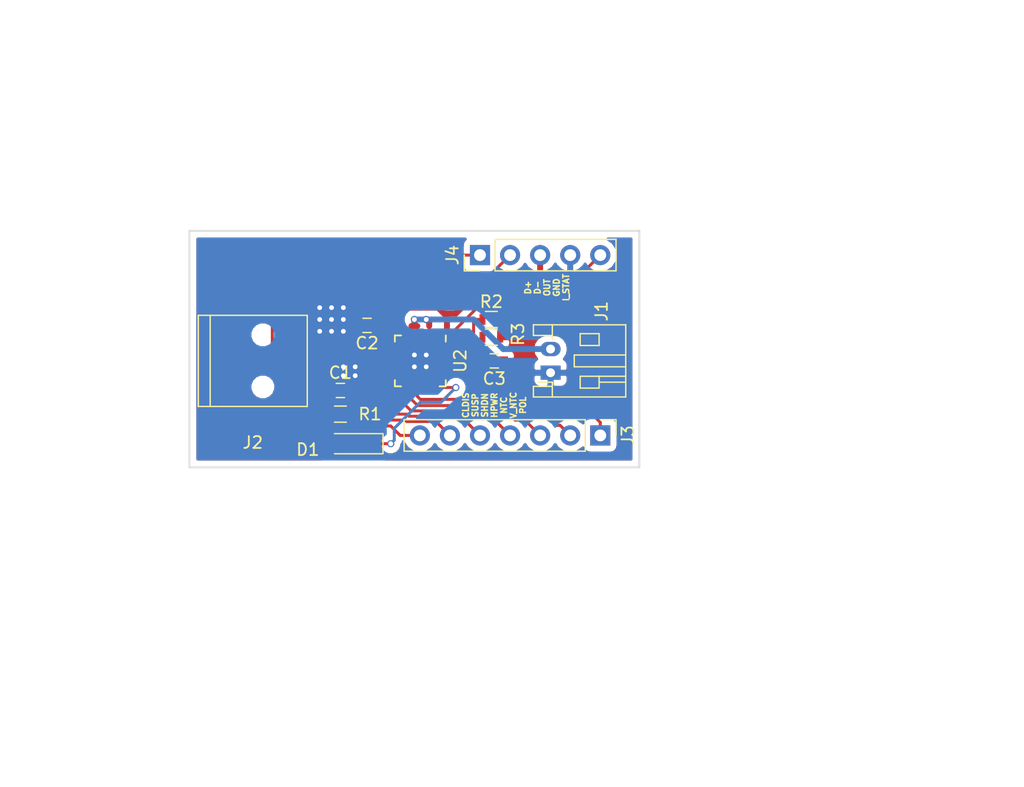
<source format=kicad_pcb>
(kicad_pcb (version 20171130) (host pcbnew 5.0.2-bee76a0~70~ubuntu18.04.1)

  (general
    (thickness 1.6)
    (drawings 6)
    (tracks 163)
    (zones 0)
    (modules 12)
    (nets 20)
  )

  (page A4)
  (layers
    (0 F.Cu signal)
    (31 B.Cu signal)
    (32 B.Adhes user)
    (33 F.Adhes user)
    (34 B.Paste user)
    (35 F.Paste user)
    (36 B.SilkS user)
    (37 F.SilkS user)
    (38 B.Mask user)
    (39 F.Mask user)
    (40 Dwgs.User user)
    (41 Cmts.User user)
    (42 Eco1.User user)
    (43 Eco2.User user)
    (44 Edge.Cuts user)
    (45 Margin user)
    (46 B.CrtYd user)
    (47 F.CrtYd user)
    (48 B.Fab user hide)
    (49 F.Fab user hide)
  )

  (setup
    (last_trace_width 0.25)
    (trace_clearance 0.2)
    (zone_clearance 0.508)
    (zone_45_only no)
    (trace_min 0.2)
    (segment_width 0.2)
    (edge_width 0.15)
    (via_size 0.6)
    (via_drill 0.4)
    (via_min_size 0.4)
    (via_min_drill 0.3)
    (uvia_size 0.3)
    (uvia_drill 0.1)
    (uvias_allowed no)
    (uvia_min_size 0.2)
    (uvia_min_drill 0.1)
    (pcb_text_width 0.3)
    (pcb_text_size 1.5 1.5)
    (mod_edge_width 0.15)
    (mod_text_size 1 1)
    (mod_text_width 0.15)
    (pad_size 1.7 1.7)
    (pad_drill 1)
    (pad_to_mask_clearance 0.2)
    (solder_mask_min_width 0.25)
    (aux_axis_origin 0 0)
    (visible_elements FFFFFF7F)
    (pcbplotparams
      (layerselection 0x00030_80000001)
      (usegerberextensions false)
      (usegerberattributes false)
      (usegerberadvancedattributes false)
      (creategerberjobfile false)
      (excludeedgelayer true)
      (linewidth 0.100000)
      (plotframeref false)
      (viasonmask false)
      (mode 1)
      (useauxorigin false)
      (hpglpennumber 1)
      (hpglpenspeed 20)
      (hpglpendiameter 15.000000)
      (psnegative false)
      (psa4output false)
      (plotreference true)
      (plotvalue true)
      (plotinvisibletext false)
      (padsonsilk false)
      (subtractmaskfromsilk false)
      (outputformat 1)
      (mirror false)
      (drillshape 1)
      (scaleselection 1)
      (outputdirectory ""))
  )

  (net 0 "")
  (net 1 GND)
  (net 2 LTC_CLDIS)
  (net 3 LTC_SUSP)
  (net 4 LTC_SHDN)
  (net 5 LTC_NTC)
  (net 6 LTC_V_NTC)
  (net 7 LTC_POL)
  (net 8 LTC_TIMER)
  (net 9 LTC_CLPROG)
  (net 10 LTC_PROG)
  (net 11 "Net-(J2-Pad2)")
  (net 12 "Net-(J2-Pad3)")
  (net 13 LTC_HPWR)
  (net 14 "Net-(D1-Pad2)")
  (net 15 /LTC_IN)
  (net 16 /LTC_OUT)
  (net 17 "Net-(D1-Pad1)")
  (net 18 /LTC_BAT)
  (net 19 "Net-(J4-Pad5)")

  (net_class Default "This is the default net class."
    (clearance 0.2)
    (trace_width 0.25)
    (via_dia 0.6)
    (via_drill 0.4)
    (uvia_dia 0.3)
    (uvia_drill 0.1)
    (add_net GND)
    (add_net LTC_CLDIS)
    (add_net LTC_CLPROG)
    (add_net LTC_HPWR)
    (add_net LTC_NTC)
    (add_net LTC_POL)
    (add_net LTC_PROG)
    (add_net LTC_SHDN)
    (add_net LTC_SUSP)
    (add_net LTC_TIMER)
    (add_net LTC_V_NTC)
    (add_net "Net-(D1-Pad1)")
    (add_net "Net-(D1-Pad2)")
    (add_net "Net-(J2-Pad2)")
    (add_net "Net-(J2-Pad3)")
    (add_net "Net-(J4-Pad5)")
  )

  (net_class Power ""
    (clearance 0.2)
    (trace_width 0.5)
    (via_dia 0.6)
    (via_drill 0.4)
    (uvia_dia 0.3)
    (uvia_drill 0.1)
    (add_net /LTC_BAT)
    (add_net /LTC_IN)
    (add_net /LTC_OUT)
  )

  (module Housings_DFN_QFN:QFN-24-1EP_4x4mm_Pitch0.5mm locked (layer F.Cu) (tedit 54130A77) (tstamp 5AF4E59F)
    (at 128.5 108 270)
    (descr "24-Lead Plastic Quad Flat, No Lead Package (MJ) - 4x4x0.9 mm Body [QFN]; (see Microchip Packaging Specification 00000049BS.pdf)")
    (tags "QFN 0.5")
    (path /5AC2C8EA)
    (attr smd)
    (fp_text reference U2 (at 0 -3.375 270) (layer F.SilkS)
      (effects (font (size 1 1) (thickness 0.15)))
    )
    (fp_text value LTC4066 (at 0 3.375 270) (layer F.Fab)
      (effects (font (size 1 1) (thickness 0.15)))
    )
    (fp_line (start -1 -2) (end 2 -2) (layer F.Fab) (width 0.15))
    (fp_line (start 2 -2) (end 2 2) (layer F.Fab) (width 0.15))
    (fp_line (start 2 2) (end -2 2) (layer F.Fab) (width 0.15))
    (fp_line (start -2 2) (end -2 -1) (layer F.Fab) (width 0.15))
    (fp_line (start -2 -1) (end -1 -2) (layer F.Fab) (width 0.15))
    (fp_line (start -2.65 -2.65) (end -2.65 2.65) (layer F.CrtYd) (width 0.05))
    (fp_line (start 2.65 -2.65) (end 2.65 2.65) (layer F.CrtYd) (width 0.05))
    (fp_line (start -2.65 -2.65) (end 2.65 -2.65) (layer F.CrtYd) (width 0.05))
    (fp_line (start -2.65 2.65) (end 2.65 2.65) (layer F.CrtYd) (width 0.05))
    (fp_line (start 2.15 -2.15) (end 2.15 -1.625) (layer F.SilkS) (width 0.15))
    (fp_line (start -2.15 2.15) (end -2.15 1.625) (layer F.SilkS) (width 0.15))
    (fp_line (start 2.15 2.15) (end 2.15 1.625) (layer F.SilkS) (width 0.15))
    (fp_line (start -2.15 -2.15) (end -1.625 -2.15) (layer F.SilkS) (width 0.15))
    (fp_line (start -2.15 2.15) (end -1.625 2.15) (layer F.SilkS) (width 0.15))
    (fp_line (start 2.15 2.15) (end 1.625 2.15) (layer F.SilkS) (width 0.15))
    (fp_line (start 2.15 -2.15) (end 1.625 -2.15) (layer F.SilkS) (width 0.15))
    (pad 1 smd rect (at -1.95 -1.25 270) (size 0.85 0.3) (layers F.Cu F.Paste F.Mask)
      (net 16 /LTC_OUT))
    (pad 2 smd rect (at -1.95 -0.75 270) (size 0.85 0.3) (layers F.Cu F.Paste F.Mask)
      (net 18 /LTC_BAT))
    (pad 3 smd rect (at -1.95 -0.25 270) (size 0.85 0.3) (layers F.Cu F.Paste F.Mask)
      (net 16 /LTC_OUT))
    (pad 4 smd rect (at -1.95 0.25 270) (size 0.85 0.3) (layers F.Cu F.Paste F.Mask)
      (net 18 /LTC_BAT))
    (pad 5 smd rect (at -1.95 0.75 270) (size 0.85 0.3) (layers F.Cu F.Paste F.Mask)
      (net 18 /LTC_BAT))
    (pad 6 smd rect (at -1.95 1.25 270) (size 0.85 0.3) (layers F.Cu F.Paste F.Mask))
    (pad 7 smd rect (at -1.25 1.95) (size 0.85 0.3) (layers F.Cu F.Paste F.Mask))
    (pad 8 smd rect (at -0.75 1.95) (size 0.85 0.3) (layers F.Cu F.Paste F.Mask)
      (net 16 /LTC_OUT))
    (pad 9 smd rect (at -0.25 1.95) (size 0.85 0.3) (layers F.Cu F.Paste F.Mask)
      (net 15 /LTC_IN))
    (pad 10 smd rect (at 0.25 1.95) (size 0.85 0.3) (layers F.Cu F.Paste F.Mask)
      (net 2 LTC_CLDIS))
    (pad 11 smd rect (at 0.75 1.95) (size 0.85 0.3) (layers F.Cu F.Paste F.Mask)
      (net 3 LTC_SUSP))
    (pad 12 smd rect (at 1.25 1.95) (size 0.85 0.3) (layers F.Cu F.Paste F.Mask)
      (net 4 LTC_SHDN))
    (pad 13 smd rect (at 1.95 1.25 270) (size 0.85 0.3) (layers F.Cu F.Paste F.Mask)
      (net 13 LTC_HPWR))
    (pad 14 smd rect (at 1.95 0.75 270) (size 0.85 0.3) (layers F.Cu F.Paste F.Mask)
      (net 5 LTC_NTC))
    (pad 15 smd rect (at 1.95 0.25 270) (size 0.85 0.3) (layers F.Cu F.Paste F.Mask)
      (net 6 LTC_V_NTC))
    (pad 16 smd rect (at 1.95 -0.25 270) (size 0.85 0.3) (layers F.Cu F.Paste F.Mask)
      (net 1 GND))
    (pad 17 smd rect (at 1.95 -0.75 270) (size 0.85 0.3) (layers F.Cu F.Paste F.Mask))
    (pad 18 smd rect (at 1.95 -1.25 270) (size 0.85 0.3) (layers F.Cu F.Paste F.Mask)
      (net 17 "Net-(D1-Pad1)"))
    (pad 19 smd rect (at 1.25 -1.95) (size 0.85 0.3) (layers F.Cu F.Paste F.Mask)
      (net 7 LTC_POL))
    (pad 20 smd rect (at 0.75 -1.95) (size 0.85 0.3) (layers F.Cu F.Paste F.Mask)
      (net 1 GND))
    (pad 21 smd rect (at 0.25 -1.95) (size 0.85 0.3) (layers F.Cu F.Paste F.Mask)
      (net 8 LTC_TIMER))
    (pad 22 smd rect (at -0.25 -1.95) (size 0.85 0.3) (layers F.Cu F.Paste F.Mask)
      (net 9 LTC_CLPROG))
    (pad 23 smd rect (at -0.75 -1.95) (size 0.85 0.3) (layers F.Cu F.Paste F.Mask)
      (net 10 LTC_PROG))
    (pad 24 smd rect (at -1.25 -1.95) (size 0.85 0.3) (layers F.Cu F.Paste F.Mask)
      (net 19 "Net-(J4-Pad5)"))
    (pad 25 smd rect (at 0.65 0.65 270) (size 1.3 1.3) (layers F.Cu F.Paste F.Mask)
      (net 1 GND) (solder_paste_margin_ratio -0.2))
    (pad 25 smd rect (at 0.65 -0.65 270) (size 1.3 1.3) (layers F.Cu F.Paste F.Mask)
      (net 1 GND) (solder_paste_margin_ratio -0.2))
    (pad 25 smd rect (at -0.65 0.65 270) (size 1.3 1.3) (layers F.Cu F.Paste F.Mask)
      (net 1 GND) (solder_paste_margin_ratio -0.2))
    (pad 25 smd rect (at -0.65 -0.65 270) (size 1.3 1.3) (layers F.Cu F.Paste F.Mask)
      (net 1 GND) (solder_paste_margin_ratio -0.2))
    (model ${KISYS3DMOD}/Housings_DFN_QFN.3dshapes/QFN-24-1EP_4x4mm_Pitch0.5mm.wrl
      (at (xyz 0 0 0))
      (scale (xyz 1 1 1))
      (rotate (xyz 0 0 0))
    )
  )

  (module Connectors:USB_Mini-B (layer F.Cu) (tedit 5543E571) (tstamp 5AF25887)
    (at 115 108)
    (descr "USB Mini-B 5-pin SMD connector")
    (tags "USB USB_B USB_Mini connector")
    (path /5AC2C6C0)
    (attr smd)
    (fp_text reference J2 (at -0.65 6.9) (layer F.SilkS)
      (effects (font (size 1 1) (thickness 0.15)))
    )
    (fp_text value USB_B (at -0.65 -7.1) (layer F.Fab)
      (effects (font (size 1 1) (thickness 0.15)))
    )
    (fp_line (start -5.5 -5.7) (end 4.2 -5.7) (layer F.CrtYd) (width 0.05))
    (fp_line (start 4.2 -5.7) (end 4.2 5.7) (layer F.CrtYd) (width 0.05))
    (fp_line (start 4.2 5.7) (end -5.5 5.7) (layer F.CrtYd) (width 0.05))
    (fp_line (start -5.5 5.7) (end -5.5 -5.7) (layer F.CrtYd) (width 0.05))
    (fp_line (start -4.25 -3.85) (end -4.25 3.85) (layer F.SilkS) (width 0.12))
    (fp_line (start -5.25 -3.85) (end -5.25 3.85) (layer F.SilkS) (width 0.12))
    (fp_line (start -5.25 3.85) (end 3.95 3.85) (layer F.SilkS) (width 0.12))
    (fp_line (start 3.95 3.85) (end 3.95 -3.85) (layer F.SilkS) (width 0.12))
    (fp_line (start 3.95 -3.85) (end -5.25 -3.85) (layer F.SilkS) (width 0.12))
    (pad 1 smd rect (at 2.8 -1.6) (size 2.3 0.5) (layers F.Cu F.Paste F.Mask)
      (net 15 /LTC_IN))
    (pad 2 smd rect (at 2.8 -0.8) (size 2.3 0.5) (layers F.Cu F.Paste F.Mask)
      (net 11 "Net-(J2-Pad2)"))
    (pad 3 smd rect (at 2.8 0) (size 2.3 0.5) (layers F.Cu F.Paste F.Mask)
      (net 12 "Net-(J2-Pad3)"))
    (pad 4 smd rect (at 2.8 0.8) (size 2.3 0.5) (layers F.Cu F.Paste F.Mask)
      (net 1 GND))
    (pad 5 smd rect (at 2.8 1.6) (size 2.3 0.5) (layers F.Cu F.Paste F.Mask)
      (net 1 GND))
    (pad 6 smd rect (at 2.7 -4.45) (size 2.5 2) (layers F.Cu F.Paste F.Mask))
    (pad 6 smd rect (at -2.8 -4.45) (size 2.5 2) (layers F.Cu F.Paste F.Mask))
    (pad 6 smd rect (at 2.7 4.45) (size 2.5 2) (layers F.Cu F.Paste F.Mask))
    (pad 6 smd rect (at -2.8 4.45) (size 2.5 2) (layers F.Cu F.Paste F.Mask))
    (pad "" np_thru_hole circle (at 0.2 -2.2) (size 0.9 0.9) (drill 0.9) (layers *.Cu *.Mask))
    (pad "" np_thru_hole circle (at 0.2 2.2) (size 0.9 0.9) (drill 0.9) (layers *.Cu *.Mask))
  )

  (module Connectors_JST:JST_PH_S2B-PH-K_02x2.00mm_Angled (layer F.Cu) (tedit 58D3FE32) (tstamp 5AF4EB1A)
    (at 139.5 109 90)
    (descr "JST PH series connector, S2B-PH-K, side entry type, through hole, Datasheet: http://www.jst-mfg.com/product/pdf/eng/ePH.pdf")
    (tags "connector jst ph")
    (path /5AC2C597)
    (fp_text reference J1 (at 5.2 4.3 90) (layer F.SilkS)
      (effects (font (size 1 1) (thickness 0.15)))
    )
    (fp_text value CONN_01X02 (at 1 7.25 90) (layer F.Fab)
      (effects (font (size 1 1) (thickness 0.15)))
    )
    (fp_text user %R (at 1 2.5 90) (layer F.Fab)
      (effects (font (size 1 1) (thickness 0.15)))
    )
    (fp_line (start 0.5 1.35) (end 0 0.85) (layer F.Fab) (width 0.1))
    (fp_line (start -0.5 1.35) (end 0.5 1.35) (layer F.Fab) (width 0.1))
    (fp_line (start 0 0.85) (end -0.5 1.35) (layer F.Fab) (width 0.1))
    (fp_line (start -0.8 0.15) (end -0.8 -1.05) (layer F.SilkS) (width 0.12))
    (fp_line (start 3.25 0.25) (end -1.25 0.25) (layer F.Fab) (width 0.1))
    (fp_line (start 3.25 -1.35) (end 3.25 0.25) (layer F.Fab) (width 0.1))
    (fp_line (start 3.95 -1.35) (end 3.25 -1.35) (layer F.Fab) (width 0.1))
    (fp_line (start 3.95 6.25) (end 3.95 -1.35) (layer F.Fab) (width 0.1))
    (fp_line (start -1.95 6.25) (end 3.95 6.25) (layer F.Fab) (width 0.1))
    (fp_line (start -1.95 -1.35) (end -1.95 6.25) (layer F.Fab) (width 0.1))
    (fp_line (start -1.25 -1.35) (end -1.95 -1.35) (layer F.Fab) (width 0.1))
    (fp_line (start -1.25 0.25) (end -1.25 -1.35) (layer F.Fab) (width 0.1))
    (fp_line (start 4.45 -1.85) (end -2.45 -1.85) (layer F.CrtYd) (width 0.05))
    (fp_line (start 4.45 6.75) (end 4.45 -1.85) (layer F.CrtYd) (width 0.05))
    (fp_line (start -2.45 6.75) (end 4.45 6.75) (layer F.CrtYd) (width 0.05))
    (fp_line (start -2.45 -1.85) (end -2.45 6.75) (layer F.CrtYd) (width 0.05))
    (fp_line (start -0.8 4.1) (end -0.8 6.35) (layer F.SilkS) (width 0.12))
    (fp_line (start -0.3 4.1) (end -0.3 6.35) (layer F.SilkS) (width 0.12))
    (fp_line (start 2.3 2.5) (end 3.3 2.5) (layer F.SilkS) (width 0.12))
    (fp_line (start 2.3 4.1) (end 2.3 2.5) (layer F.SilkS) (width 0.12))
    (fp_line (start 3.3 4.1) (end 2.3 4.1) (layer F.SilkS) (width 0.12))
    (fp_line (start 3.3 2.5) (end 3.3 4.1) (layer F.SilkS) (width 0.12))
    (fp_line (start -0.3 2.5) (end -1.3 2.5) (layer F.SilkS) (width 0.12))
    (fp_line (start -0.3 4.1) (end -0.3 2.5) (layer F.SilkS) (width 0.12))
    (fp_line (start -1.3 4.1) (end -0.3 4.1) (layer F.SilkS) (width 0.12))
    (fp_line (start -1.3 2.5) (end -1.3 4.1) (layer F.SilkS) (width 0.12))
    (fp_line (start 4.05 0.15) (end 3.15 0.15) (layer F.SilkS) (width 0.12))
    (fp_line (start -2.05 0.15) (end -1.15 0.15) (layer F.SilkS) (width 0.12))
    (fp_line (start 3.15 0.15) (end 2.8 0.15) (layer F.SilkS) (width 0.12))
    (fp_line (start 3.15 -1.45) (end 3.15 0.15) (layer F.SilkS) (width 0.12))
    (fp_line (start 4.05 -1.45) (end 3.15 -1.45) (layer F.SilkS) (width 0.12))
    (fp_line (start 4.05 6.35) (end 4.05 -1.45) (layer F.SilkS) (width 0.12))
    (fp_line (start -2.05 6.35) (end 4.05 6.35) (layer F.SilkS) (width 0.12))
    (fp_line (start -2.05 -1.45) (end -2.05 6.35) (layer F.SilkS) (width 0.12))
    (fp_line (start -1.15 -1.45) (end -2.05 -1.45) (layer F.SilkS) (width 0.12))
    (fp_line (start -1.15 0.15) (end -1.15 -1.45) (layer F.SilkS) (width 0.12))
    (fp_line (start -0.8 0.15) (end -1.15 0.15) (layer F.SilkS) (width 0.12))
    (fp_line (start 1.5 2) (end 1.5 6.35) (layer F.SilkS) (width 0.12))
    (fp_line (start 0.5 2) (end 1.5 2) (layer F.SilkS) (width 0.12))
    (fp_line (start 0.5 6.35) (end 0.5 2) (layer F.SilkS) (width 0.12))
    (pad 2 thru_hole oval (at 2 0 90) (size 1.2 1.7) (drill 0.75) (layers *.Cu *.Mask)
      (net 18 /LTC_BAT))
    (pad 1 thru_hole rect (at 0 0 90) (size 1.2 1.7) (drill 0.75) (layers *.Cu *.Mask)
      (net 1 GND))
    (model ${KISYS3DMOD}/Connectors_JST.3dshapes/JST_PH_S2B-PH-K_02x2.00mm_Angled.wrl
      (at (xyz 0 0 0))
      (scale (xyz 1 1 1))
      (rotate (xyz 0 0 0))
    )
  )

  (module Capacitors_SMD:C_0603 (layer F.Cu) (tedit 59958EE7) (tstamp 5AF4E1FB)
    (at 121.75 110.5)
    (descr "Capacitor SMD 0603, reflow soldering, AVX (see smccp.pdf)")
    (tags "capacitor 0603")
    (path /5AC2CAB6)
    (attr smd)
    (fp_text reference C1 (at 0 -1.5) (layer F.SilkS)
      (effects (font (size 1 1) (thickness 0.15)))
    )
    (fp_text value 4.7uF (at 0 1.5) (layer F.Fab)
      (effects (font (size 1 1) (thickness 0.15)))
    )
    (fp_text user %R (at 0 0) (layer F.Fab)
      (effects (font (size 0.3 0.3) (thickness 0.075)))
    )
    (fp_line (start -0.8 0.4) (end -0.8 -0.4) (layer F.Fab) (width 0.1))
    (fp_line (start 0.8 0.4) (end -0.8 0.4) (layer F.Fab) (width 0.1))
    (fp_line (start 0.8 -0.4) (end 0.8 0.4) (layer F.Fab) (width 0.1))
    (fp_line (start -0.8 -0.4) (end 0.8 -0.4) (layer F.Fab) (width 0.1))
    (fp_line (start -0.35 -0.6) (end 0.35 -0.6) (layer F.SilkS) (width 0.12))
    (fp_line (start 0.35 0.6) (end -0.35 0.6) (layer F.SilkS) (width 0.12))
    (fp_line (start -1.4 -0.65) (end 1.4 -0.65) (layer F.CrtYd) (width 0.05))
    (fp_line (start -1.4 -0.65) (end -1.4 0.65) (layer F.CrtYd) (width 0.05))
    (fp_line (start 1.4 0.65) (end 1.4 -0.65) (layer F.CrtYd) (width 0.05))
    (fp_line (start 1.4 0.65) (end -1.4 0.65) (layer F.CrtYd) (width 0.05))
    (pad 1 smd rect (at -0.75 0) (size 0.8 0.75) (layers F.Cu F.Paste F.Mask)
      (net 15 /LTC_IN))
    (pad 2 smd rect (at 0.75 0) (size 0.8 0.75) (layers F.Cu F.Paste F.Mask)
      (net 1 GND))
    (model Capacitors_SMD.3dshapes/C_0603.wrl
      (at (xyz 0 0 0))
      (scale (xyz 1 1 1))
      (rotate (xyz 0 0 0))
    )
  )

  (module Capacitors_SMD:C_0603 (layer F.Cu) (tedit 59958EE7) (tstamp 5AF4ED53)
    (at 124 105 180)
    (descr "Capacitor SMD 0603, reflow soldering, AVX (see smccp.pdf)")
    (tags "capacitor 0603")
    (path /5AF37BB8)
    (attr smd)
    (fp_text reference C2 (at 0 -1.5 180) (layer F.SilkS)
      (effects (font (size 1 1) (thickness 0.15)))
    )
    (fp_text value 4.7uF (at 0 1.5 180) (layer F.Fab)
      (effects (font (size 1 1) (thickness 0.15)))
    )
    (fp_line (start 1.4 0.65) (end -1.4 0.65) (layer F.CrtYd) (width 0.05))
    (fp_line (start 1.4 0.65) (end 1.4 -0.65) (layer F.CrtYd) (width 0.05))
    (fp_line (start -1.4 -0.65) (end -1.4 0.65) (layer F.CrtYd) (width 0.05))
    (fp_line (start -1.4 -0.65) (end 1.4 -0.65) (layer F.CrtYd) (width 0.05))
    (fp_line (start 0.35 0.6) (end -0.35 0.6) (layer F.SilkS) (width 0.12))
    (fp_line (start -0.35 -0.6) (end 0.35 -0.6) (layer F.SilkS) (width 0.12))
    (fp_line (start -0.8 -0.4) (end 0.8 -0.4) (layer F.Fab) (width 0.1))
    (fp_line (start 0.8 -0.4) (end 0.8 0.4) (layer F.Fab) (width 0.1))
    (fp_line (start 0.8 0.4) (end -0.8 0.4) (layer F.Fab) (width 0.1))
    (fp_line (start -0.8 0.4) (end -0.8 -0.4) (layer F.Fab) (width 0.1))
    (fp_text user %R (at 0 0 180) (layer F.Fab)
      (effects (font (size 0.3 0.3) (thickness 0.075)))
    )
    (pad 2 smd rect (at 0.75 0 180) (size 0.8 0.75) (layers F.Cu F.Paste F.Mask)
      (net 1 GND))
    (pad 1 smd rect (at -0.75 0 180) (size 0.8 0.75) (layers F.Cu F.Paste F.Mask)
      (net 16 /LTC_OUT))
    (model Capacitors_SMD.3dshapes/C_0603.wrl
      (at (xyz 0 0 0))
      (scale (xyz 1 1 1))
      (rotate (xyz 0 0 0))
    )
  )

  (module Capacitors_SMD:C_0603 (layer F.Cu) (tedit 59958EE7) (tstamp 5AF4EC45)
    (at 134.75 108)
    (descr "Capacitor SMD 0603, reflow soldering, AVX (see smccp.pdf)")
    (tags "capacitor 0603")
    (path /5AF3A971)
    (attr smd)
    (fp_text reference C3 (at 0 1.5) (layer F.SilkS)
      (effects (font (size 1 1) (thickness 0.15)))
    )
    (fp_text value 0.1uF (at 0 1.5) (layer F.Fab)
      (effects (font (size 1 1) (thickness 0.15)))
    )
    (fp_text user %R (at 0 0) (layer F.Fab)
      (effects (font (size 0.3 0.3) (thickness 0.075)))
    )
    (fp_line (start -0.8 0.4) (end -0.8 -0.4) (layer F.Fab) (width 0.1))
    (fp_line (start 0.8 0.4) (end -0.8 0.4) (layer F.Fab) (width 0.1))
    (fp_line (start 0.8 -0.4) (end 0.8 0.4) (layer F.Fab) (width 0.1))
    (fp_line (start -0.8 -0.4) (end 0.8 -0.4) (layer F.Fab) (width 0.1))
    (fp_line (start -0.35 -0.6) (end 0.35 -0.6) (layer F.SilkS) (width 0.12))
    (fp_line (start 0.35 0.6) (end -0.35 0.6) (layer F.SilkS) (width 0.12))
    (fp_line (start -1.4 -0.65) (end 1.4 -0.65) (layer F.CrtYd) (width 0.05))
    (fp_line (start -1.4 -0.65) (end -1.4 0.65) (layer F.CrtYd) (width 0.05))
    (fp_line (start 1.4 0.65) (end 1.4 -0.65) (layer F.CrtYd) (width 0.05))
    (fp_line (start 1.4 0.65) (end -1.4 0.65) (layer F.CrtYd) (width 0.05))
    (pad 1 smd rect (at -0.75 0) (size 0.8 0.75) (layers F.Cu F.Paste F.Mask)
      (net 8 LTC_TIMER))
    (pad 2 smd rect (at 0.75 0) (size 0.8 0.75) (layers F.Cu F.Paste F.Mask)
      (net 1 GND))
    (model Capacitors_SMD.3dshapes/C_0603.wrl
      (at (xyz 0 0 0))
      (scale (xyz 1 1 1))
      (rotate (xyz 0 0 0))
    )
  )

  (module LEDs:LED_1206 (layer F.Cu) (tedit 57FE943C) (tstamp 5AF4E241)
    (at 122.85 115 180)
    (descr "LED 1206 smd package")
    (tags "LED led 1206 SMD smd SMT smt smdled SMDLED smtled SMTLED")
    (path /5AF39A50)
    (attr smd)
    (fp_text reference D1 (at 3.85 -0.5 180) (layer F.SilkS)
      (effects (font (size 1 1) (thickness 0.15)))
    )
    (fp_text value LED (at 0 1.7 270) (layer F.Fab)
      (effects (font (size 1 1) (thickness 0.15)))
    )
    (fp_line (start -2.65 -1) (end 2.65 -1) (layer F.CrtYd) (width 0.05))
    (fp_line (start -2.65 1) (end -2.65 -1) (layer F.CrtYd) (width 0.05))
    (fp_line (start 2.65 1) (end -2.65 1) (layer F.CrtYd) (width 0.05))
    (fp_line (start 2.65 -1) (end 2.65 1) (layer F.CrtYd) (width 0.05))
    (fp_line (start -2.45 -0.85) (end 1.6 -0.85) (layer F.SilkS) (width 0.12))
    (fp_line (start -2.45 0.85) (end 1.6 0.85) (layer F.SilkS) (width 0.12))
    (fp_line (start -1.6 0.8) (end -1.6 -0.8) (layer F.Fab) (width 0.1))
    (fp_line (start -1.6 -0.8) (end 1.6 -0.8) (layer F.Fab) (width 0.1))
    (fp_line (start 1.6 -0.8) (end 1.6 0.8) (layer F.Fab) (width 0.1))
    (fp_line (start 1.6 0.8) (end -1.6 0.8) (layer F.Fab) (width 0.1))
    (fp_line (start 0.2 -0.4) (end 0.2 0.4) (layer F.Fab) (width 0.1))
    (fp_line (start 0.2 0.4) (end -0.4 0) (layer F.Fab) (width 0.1))
    (fp_line (start -0.4 0) (end 0.2 -0.4) (layer F.Fab) (width 0.1))
    (fp_line (start -0.45 -0.4) (end -0.45 0.4) (layer F.Fab) (width 0.1))
    (fp_line (start -2.5 -0.85) (end -2.5 0.85) (layer F.SilkS) (width 0.12))
    (pad 1 smd rect (at -1.65 0) (size 1.5 1.5) (layers F.Cu F.Paste F.Mask)
      (net 17 "Net-(D1-Pad1)"))
    (pad 2 smd rect (at 1.65 0) (size 1.5 1.5) (layers F.Cu F.Paste F.Mask)
      (net 14 "Net-(D1-Pad2)"))
    (model ${KISYS3DMOD}/LEDs.3dshapes/LED_1206.wrl
      (at (xyz 0 0 0))
      (scale (xyz 1 1 1))
      (rotate (xyz 0 0 180))
    )
  )

  (module Resistors_SMD:R_0603 (layer F.Cu) (tedit 58E0A804) (tstamp 5AF4EF56)
    (at 121.75 112.5)
    (descr "Resistor SMD 0603, reflow soldering, Vishay (see dcrcw.pdf)")
    (tags "resistor 0603")
    (path /5AF39B8E)
    (attr smd)
    (fp_text reference R1 (at 2.5 0) (layer F.SilkS)
      (effects (font (size 1 1) (thickness 0.15)))
    )
    (fp_text value 330R (at 0 1.5) (layer F.Fab)
      (effects (font (size 1 1) (thickness 0.15)))
    )
    (fp_line (start 1.25 0.7) (end -1.25 0.7) (layer F.CrtYd) (width 0.05))
    (fp_line (start 1.25 0.7) (end 1.25 -0.7) (layer F.CrtYd) (width 0.05))
    (fp_line (start -1.25 -0.7) (end -1.25 0.7) (layer F.CrtYd) (width 0.05))
    (fp_line (start -1.25 -0.7) (end 1.25 -0.7) (layer F.CrtYd) (width 0.05))
    (fp_line (start -0.5 -0.68) (end 0.5 -0.68) (layer F.SilkS) (width 0.12))
    (fp_line (start 0.5 0.68) (end -0.5 0.68) (layer F.SilkS) (width 0.12))
    (fp_line (start -0.8 -0.4) (end 0.8 -0.4) (layer F.Fab) (width 0.1))
    (fp_line (start 0.8 -0.4) (end 0.8 0.4) (layer F.Fab) (width 0.1))
    (fp_line (start 0.8 0.4) (end -0.8 0.4) (layer F.Fab) (width 0.1))
    (fp_line (start -0.8 0.4) (end -0.8 -0.4) (layer F.Fab) (width 0.1))
    (fp_text user %R (at 0 0) (layer F.Fab)
      (effects (font (size 0.4 0.4) (thickness 0.075)))
    )
    (pad 2 smd rect (at 0.75 0) (size 0.5 0.9) (layers F.Cu F.Paste F.Mask)
      (net 14 "Net-(D1-Pad2)"))
    (pad 1 smd rect (at -0.75 0) (size 0.5 0.9) (layers F.Cu F.Paste F.Mask)
      (net 15 /LTC_IN))
    (model ${KISYS3DMOD}/Resistors_SMD.3dshapes/R_0603.wrl
      (at (xyz 0 0 0))
      (scale (xyz 1 1 1))
      (rotate (xyz 0 0 0))
    )
  )

  (module Resistors_SMD:R_0603 (layer F.Cu) (tedit 58E0A804) (tstamp 5AF4E27B)
    (at 134.5 104.5 180)
    (descr "Resistor SMD 0603, reflow soldering, Vishay (see dcrcw.pdf)")
    (tags "resistor 0603")
    (path /5AF37730)
    (attr smd)
    (fp_text reference R2 (at 0 1.5 180) (layer F.SilkS)
      (effects (font (size 1 1) (thickness 0.15)))
    )
    (fp_text value 100k (at 0 1.5 180) (layer F.Fab)
      (effects (font (size 1 1) (thickness 0.15)))
    )
    (fp_line (start 1.25 0.7) (end -1.25 0.7) (layer F.CrtYd) (width 0.05))
    (fp_line (start 1.25 0.7) (end 1.25 -0.7) (layer F.CrtYd) (width 0.05))
    (fp_line (start -1.25 -0.7) (end -1.25 0.7) (layer F.CrtYd) (width 0.05))
    (fp_line (start -1.25 -0.7) (end 1.25 -0.7) (layer F.CrtYd) (width 0.05))
    (fp_line (start -0.5 -0.68) (end 0.5 -0.68) (layer F.SilkS) (width 0.12))
    (fp_line (start 0.5 0.68) (end -0.5 0.68) (layer F.SilkS) (width 0.12))
    (fp_line (start -0.8 -0.4) (end 0.8 -0.4) (layer F.Fab) (width 0.1))
    (fp_line (start 0.8 -0.4) (end 0.8 0.4) (layer F.Fab) (width 0.1))
    (fp_line (start 0.8 0.4) (end -0.8 0.4) (layer F.Fab) (width 0.1))
    (fp_line (start -0.8 0.4) (end -0.8 -0.4) (layer F.Fab) (width 0.1))
    (fp_text user %R (at 0 0 180) (layer F.Fab)
      (effects (font (size 0.4 0.4) (thickness 0.075)))
    )
    (pad 2 smd rect (at 0.75 0 180) (size 0.5 0.9) (layers F.Cu F.Paste F.Mask)
      (net 10 LTC_PROG))
    (pad 1 smd rect (at -0.75 0 180) (size 0.5 0.9) (layers F.Cu F.Paste F.Mask)
      (net 1 GND))
    (model ${KISYS3DMOD}/Resistors_SMD.3dshapes/R_0603.wrl
      (at (xyz 0 0 0))
      (scale (xyz 1 1 1))
      (rotate (xyz 0 0 0))
    )
  )

  (module Resistors_SMD:R_0603 (layer F.Cu) (tedit 58E0A804) (tstamp 5AF4E28C)
    (at 134.5 106 180)
    (descr "Resistor SMD 0603, reflow soldering, Vishay (see dcrcw.pdf)")
    (tags "resistor 0603")
    (path /5AF37844)
    (attr smd)
    (fp_text reference R3 (at -2.25 0.25 270) (layer F.SilkS)
      (effects (font (size 1 1) (thickness 0.15)))
    )
    (fp_text value 2.1k (at 0 1.5 180) (layer F.Fab)
      (effects (font (size 1 1) (thickness 0.15)))
    )
    (fp_text user %R (at 0 0 180) (layer F.Fab)
      (effects (font (size 0.4 0.4) (thickness 0.075)))
    )
    (fp_line (start -0.8 0.4) (end -0.8 -0.4) (layer F.Fab) (width 0.1))
    (fp_line (start 0.8 0.4) (end -0.8 0.4) (layer F.Fab) (width 0.1))
    (fp_line (start 0.8 -0.4) (end 0.8 0.4) (layer F.Fab) (width 0.1))
    (fp_line (start -0.8 -0.4) (end 0.8 -0.4) (layer F.Fab) (width 0.1))
    (fp_line (start 0.5 0.68) (end -0.5 0.68) (layer F.SilkS) (width 0.12))
    (fp_line (start -0.5 -0.68) (end 0.5 -0.68) (layer F.SilkS) (width 0.12))
    (fp_line (start -1.25 -0.7) (end 1.25 -0.7) (layer F.CrtYd) (width 0.05))
    (fp_line (start -1.25 -0.7) (end -1.25 0.7) (layer F.CrtYd) (width 0.05))
    (fp_line (start 1.25 0.7) (end 1.25 -0.7) (layer F.CrtYd) (width 0.05))
    (fp_line (start 1.25 0.7) (end -1.25 0.7) (layer F.CrtYd) (width 0.05))
    (pad 1 smd rect (at -0.75 0 180) (size 0.5 0.9) (layers F.Cu F.Paste F.Mask)
      (net 1 GND))
    (pad 2 smd rect (at 0.75 0 180) (size 0.5 0.9) (layers F.Cu F.Paste F.Mask)
      (net 9 LTC_CLPROG))
    (model ${KISYS3DMOD}/Resistors_SMD.3dshapes/R_0603.wrl
      (at (xyz 0 0 0))
      (scale (xyz 1 1 1))
      (rotate (xyz 0 0 0))
    )
  )

  (module Pin_Headers:Pin_Header_Straight_1x07_Pitch2.54mm (layer F.Cu) (tedit 59650532) (tstamp 5AF8BAAB)
    (at 143.7 114.3 270)
    (descr "Through hole straight pin header, 1x07, 2.54mm pitch, single row")
    (tags "Through hole pin header THT 1x07 2.54mm single row")
    (path /5AF8C1A5)
    (fp_text reference J3 (at 0 -2.33 270) (layer F.SilkS)
      (effects (font (size 1 1) (thickness 0.15)))
    )
    (fp_text value CONN_01X07 (at 0 17.57 270) (layer F.Fab)
      (effects (font (size 1 1) (thickness 0.15)))
    )
    (fp_text user %R (at 0 7.62) (layer F.Fab)
      (effects (font (size 1 1) (thickness 0.15)))
    )
    (fp_line (start 1.8 -1.8) (end -1.8 -1.8) (layer F.CrtYd) (width 0.05))
    (fp_line (start 1.8 17.05) (end 1.8 -1.8) (layer F.CrtYd) (width 0.05))
    (fp_line (start -1.8 17.05) (end 1.8 17.05) (layer F.CrtYd) (width 0.05))
    (fp_line (start -1.8 -1.8) (end -1.8 17.05) (layer F.CrtYd) (width 0.05))
    (fp_line (start -1.33 -1.33) (end 0 -1.33) (layer F.SilkS) (width 0.12))
    (fp_line (start -1.33 0) (end -1.33 -1.33) (layer F.SilkS) (width 0.12))
    (fp_line (start -1.33 1.27) (end 1.33 1.27) (layer F.SilkS) (width 0.12))
    (fp_line (start 1.33 1.27) (end 1.33 16.57) (layer F.SilkS) (width 0.12))
    (fp_line (start -1.33 1.27) (end -1.33 16.57) (layer F.SilkS) (width 0.12))
    (fp_line (start -1.33 16.57) (end 1.33 16.57) (layer F.SilkS) (width 0.12))
    (fp_line (start -1.27 -0.635) (end -0.635 -1.27) (layer F.Fab) (width 0.1))
    (fp_line (start -1.27 16.51) (end -1.27 -0.635) (layer F.Fab) (width 0.1))
    (fp_line (start 1.27 16.51) (end -1.27 16.51) (layer F.Fab) (width 0.1))
    (fp_line (start 1.27 -1.27) (end 1.27 16.51) (layer F.Fab) (width 0.1))
    (fp_line (start -0.635 -1.27) (end 1.27 -1.27) (layer F.Fab) (width 0.1))
    (pad 7 thru_hole oval (at 0 15.24 270) (size 1.7 1.7) (drill 1) (layers *.Cu *.Mask)
      (net 2 LTC_CLDIS))
    (pad 6 thru_hole oval (at 0 12.7 270) (size 1.7 1.7) (drill 1) (layers *.Cu *.Mask)
      (net 3 LTC_SUSP))
    (pad 5 thru_hole oval (at 0 10.16 270) (size 1.7 1.7) (drill 1) (layers *.Cu *.Mask)
      (net 4 LTC_SHDN))
    (pad 4 thru_hole oval (at 0 7.62 270) (size 1.7 1.7) (drill 1) (layers *.Cu *.Mask)
      (net 13 LTC_HPWR))
    (pad 3 thru_hole oval (at 0 5.08 270) (size 1.7 1.7) (drill 1) (layers *.Cu *.Mask)
      (net 5 LTC_NTC))
    (pad 2 thru_hole oval (at 0 2.54 270) (size 1.7 1.7) (drill 1) (layers *.Cu *.Mask)
      (net 6 LTC_V_NTC))
    (pad 1 thru_hole rect (at 0 0 270) (size 1.7 1.7) (drill 1) (layers *.Cu *.Mask)
      (net 7 LTC_POL))
    (model ${KISYS3DMOD}/Pin_Headers.3dshapes/Pin_Header_Straight_1x07_Pitch2.54mm.wrl
      (at (xyz 0 0 0))
      (scale (xyz 1 1 1))
      (rotate (xyz 0 0 0))
    )
  )

  (module Pin_Headers:Pin_Header_Straight_1x05_Pitch2.54mm (layer F.Cu) (tedit 59650532) (tstamp 5AF8BC33)
    (at 133.54 99.06 90)
    (descr "Through hole straight pin header, 1x05, 2.54mm pitch, single row")
    (tags "Through hole pin header THT 1x05 2.54mm single row")
    (path /5AF5261B)
    (fp_text reference J4 (at 0 -2.33 90) (layer F.SilkS)
      (effects (font (size 1 1) (thickness 0.15)))
    )
    (fp_text value CONN_01X05 (at 0 12.49 90) (layer F.Fab)
      (effects (font (size 1 1) (thickness 0.15)))
    )
    (fp_text user %R (at 0 5.08 180) (layer F.Fab)
      (effects (font (size 1 1) (thickness 0.15)))
    )
    (fp_line (start 1.8 -1.8) (end -1.8 -1.8) (layer F.CrtYd) (width 0.05))
    (fp_line (start 1.8 11.95) (end 1.8 -1.8) (layer F.CrtYd) (width 0.05))
    (fp_line (start -1.8 11.95) (end 1.8 11.95) (layer F.CrtYd) (width 0.05))
    (fp_line (start -1.8 -1.8) (end -1.8 11.95) (layer F.CrtYd) (width 0.05))
    (fp_line (start -1.33 -1.33) (end 0 -1.33) (layer F.SilkS) (width 0.12))
    (fp_line (start -1.33 0) (end -1.33 -1.33) (layer F.SilkS) (width 0.12))
    (fp_line (start -1.33 1.27) (end 1.33 1.27) (layer F.SilkS) (width 0.12))
    (fp_line (start 1.33 1.27) (end 1.33 11.49) (layer F.SilkS) (width 0.12))
    (fp_line (start -1.33 1.27) (end -1.33 11.49) (layer F.SilkS) (width 0.12))
    (fp_line (start -1.33 11.49) (end 1.33 11.49) (layer F.SilkS) (width 0.12))
    (fp_line (start -1.27 -0.635) (end -0.635 -1.27) (layer F.Fab) (width 0.1))
    (fp_line (start -1.27 11.43) (end -1.27 -0.635) (layer F.Fab) (width 0.1))
    (fp_line (start 1.27 11.43) (end -1.27 11.43) (layer F.Fab) (width 0.1))
    (fp_line (start 1.27 -1.27) (end 1.27 11.43) (layer F.Fab) (width 0.1))
    (fp_line (start -0.635 -1.27) (end 1.27 -1.27) (layer F.Fab) (width 0.1))
    (pad 5 thru_hole oval (at 0 10.16 90) (size 1.7 1.7) (drill 1) (layers *.Cu *.Mask)
      (net 19 "Net-(J4-Pad5)"))
    (pad 4 thru_hole oval (at 0 7.62 90) (size 1.7 1.7) (drill 1) (layers *.Cu *.Mask)
      (net 1 GND))
    (pad 3 thru_hole oval (at 0 5.08 90) (size 1.7 1.7) (drill 1) (layers *.Cu *.Mask)
      (net 16 /LTC_OUT))
    (pad 2 thru_hole oval (at 0 2.54 90) (size 1.7 1.7) (drill 1) (layers *.Cu *.Mask)
      (net 11 "Net-(J2-Pad2)"))
    (pad 1 thru_hole rect (at 0 0 90) (size 1.7 1.7) (drill 1) (layers *.Cu *.Mask)
      (net 12 "Net-(J2-Pad3)"))
    (model ${KISYS3DMOD}/Pin_Headers.3dshapes/Pin_Header_Straight_1x05_Pitch2.54mm.wrl
      (at (xyz 0 0 0))
      (scale (xyz 1 1 1))
      (rotate (xyz 0 0 0))
    )
  )

  (gr_text "D+\nD-\nOUT\nGND\nI_STAT" (at 139.2 101.8 90) (layer F.SilkS) (tstamp 5AF8BF6D)
    (effects (font (size 0.5 0.5) (thickness 0.125)))
  )
  (gr_text "CLDIS\nSUSP\nSHDN\nHPWR\nNTC\nV_NTC\nPOL" (at 134.75 111.75 90) (layer F.SilkS)
    (effects (font (size 0.5 0.5) (thickness 0.125)))
  )
  (gr_line (start 109 117) (end 109 97) (layer Edge.Cuts) (width 0.15))
  (gr_line (start 147 117) (end 109 117) (layer Edge.Cuts) (width 0.15))
  (gr_line (start 147 97) (end 147 117) (layer Edge.Cuts) (width 0.15))
  (gr_line (start 109 97) (end 147 97) (layer Edge.Cuts) (width 0.15))

  (via (at 128 108.5) (size 0.6) (drill 0.4) (layers F.Cu B.Cu) (net 1))
  (via (at 129 108.5) (size 0.6) (drill 0.4) (layers F.Cu B.Cu) (net 1))
  (via (at 129 107.5) (size 0.6) (drill 0.4) (layers F.Cu B.Cu) (net 1))
  (via (at 128 107.5) (size 0.6) (drill 0.4) (layers F.Cu B.Cu) (net 1))
  (segment (start 128.75 109.05) (end 129.15 108.65) (width 0.25) (layer F.Cu) (net 1))
  (segment (start 128.75 109.95) (end 128.75 109.05) (width 0.25) (layer F.Cu) (net 1))
  (segment (start 129.25 108.75) (end 129.15 108.65) (width 0.25) (layer F.Cu) (net 1))
  (segment (start 130.45 108.75) (end 129.25 108.75) (width 0.25) (layer F.Cu) (net 1))
  (segment (start 115.8 108.8) (end 117.8 108.8) (width 0.25) (layer F.Cu) (net 1))
  (segment (start 130.45 108.75) (end 132.25 108.75) (width 0.25) (layer F.Cu) (net 1))
  (via (at 122 103.5) (size 0.6) (drill 0.4) (layers F.Cu B.Cu) (net 1))
  (via (at 122 104.5) (size 0.6) (drill 0.4) (layers F.Cu B.Cu) (net 1))
  (via (at 122 105.5) (size 0.6) (drill 0.4) (layers F.Cu B.Cu) (net 1))
  (via (at 121 105.5) (size 0.6) (drill 0.4) (layers F.Cu B.Cu) (net 1))
  (via (at 121 104.5) (size 0.6) (drill 0.4) (layers F.Cu B.Cu) (net 1))
  (via (at 121 103.5) (size 0.6) (drill 0.4) (layers F.Cu B.Cu) (net 1))
  (via (at 120 103.5) (size 0.6) (drill 0.4) (layers F.Cu B.Cu) (net 1))
  (via (at 120 104.5) (size 0.6) (drill 0.4) (layers F.Cu B.Cu) (net 1))
  (via (at 120 105.5) (size 0.6) (drill 0.4) (layers F.Cu B.Cu) (net 1))
  (via (at 122 108.5) (size 0.6) (drill 0.4) (layers F.Cu B.Cu) (net 1))
  (via (at 123 108.5) (size 0.6) (drill 0.4) (layers F.Cu B.Cu) (net 1))
  (via (at 123 109.25) (size 0.6) (drill 0.4) (layers F.Cu B.Cu) (net 1))
  (via (at 122 109.25) (size 0.6) (drill 0.4) (layers F.Cu B.Cu) (net 1))
  (segment (start 124 113) (end 124.5 113.5) (width 0.25) (layer F.Cu) (net 2))
  (segment (start 124 109.863589) (end 124 113) (width 0.25) (layer F.Cu) (net 2))
  (segment (start 126.8 114.3) (end 127.257919 114.3) (width 0.25) (layer F.Cu) (net 2))
  (segment (start 127.257919 114.3) (end 128.46 114.3) (width 0.25) (layer F.Cu) (net 2))
  (segment (start 126 113.5) (end 126.8 114.3) (width 0.25) (layer F.Cu) (net 2))
  (segment (start 124.5 113.5) (end 126 113.5) (width 0.25) (layer F.Cu) (net 2))
  (segment (start 125.613589 108.25) (end 124 109.863589) (width 0.25) (layer F.Cu) (net 2))
  (segment (start 126.55 108.25) (end 125.613589 108.25) (width 0.25) (layer F.Cu) (net 2))
  (segment (start 126.55 108.75) (end 125.875 108.75) (width 0.25) (layer F.Cu) (net 3))
  (segment (start 127.227178 113) (end 127.352177 113.124999) (width 0.25) (layer F.Cu) (net 3))
  (segment (start 130.150001 113.450001) (end 131 114.3) (width 0.25) (layer F.Cu) (net 3))
  (segment (start 124.574989 112.2114) (end 125.363589 113) (width 0.25) (layer F.Cu) (net 3))
  (segment (start 125.363589 113) (end 127.227178 113) (width 0.25) (layer F.Cu) (net 3))
  (segment (start 127.352177 113.124999) (end 129.824999 113.124999) (width 0.25) (layer F.Cu) (net 3))
  (segment (start 129.824999 113.124999) (end 130.150001 113.450001) (width 0.25) (layer F.Cu) (net 3))
  (segment (start 125.875 108.75) (end 124.574989 110.050011) (width 0.25) (layer F.Cu) (net 3))
  (segment (start 124.574989 110.050011) (end 124.574989 112.2114) (width 0.25) (layer F.Cu) (net 3))
  (segment (start 127.363589 112.5) (end 127.538577 112.674988) (width 0.25) (layer F.Cu) (net 4))
  (segment (start 125.025 111.175) (end 125.025 112.025) (width 0.25) (layer F.Cu) (net 4))
  (segment (start 125.5 112.5) (end 127.363589 112.5) (width 0.25) (layer F.Cu) (net 4))
  (segment (start 132.690001 113.450001) (end 133.54 114.3) (width 0.25) (layer F.Cu) (net 4))
  (segment (start 125.025 112.025) (end 125.5 112.5) (width 0.25) (layer F.Cu) (net 4))
  (segment (start 131.914988 112.674988) (end 132.690001 113.450001) (width 0.25) (layer F.Cu) (net 4))
  (segment (start 126.55 109.25) (end 126.55 109.65) (width 0.25) (layer F.Cu) (net 4))
  (segment (start 126.55 109.65) (end 125.025 111.175) (width 0.25) (layer F.Cu) (net 4))
  (segment (start 127.538577 112.674988) (end 131.914988 112.674988) (width 0.25) (layer F.Cu) (net 4))
  (segment (start 127.75 109.95) (end 127.75 111.25) (width 0.25) (layer F.Cu) (net 5))
  (segment (start 127.75 111.25) (end 128.274967 111.774967) (width 0.25) (layer F.Cu) (net 5))
  (segment (start 128.274967 111.774967) (end 135.274967 111.774967) (width 0.25) (layer F.Cu) (net 5))
  (segment (start 135.274967 111.774967) (end 136.5 113) (width 0.25) (layer F.Cu) (net 5))
  (segment (start 137.32 113) (end 138.62 114.3) (width 0.25) (layer F.Cu) (net 5))
  (segment (start 136.5 113) (end 137.32 113) (width 0.25) (layer F.Cu) (net 5))
  (segment (start 140.310001 113.450001) (end 139.950001 113.450001) (width 0.25) (layer F.Cu) (net 6))
  (segment (start 141.16 114.3) (end 140.310001 113.450001) (width 0.25) (layer F.Cu) (net 6))
  (segment (start 139.950001 113.450001) (end 139 112.5) (width 0.25) (layer F.Cu) (net 6))
  (segment (start 139 112.5) (end 137 112.5) (width 0.25) (layer F.Cu) (net 6))
  (segment (start 128.25 109.95) (end 128.25 111) (width 0.25) (layer F.Cu) (net 6))
  (segment (start 128.25 111) (end 128.5 111.25) (width 0.25) (layer F.Cu) (net 6))
  (segment (start 135.75 111.25) (end 137 112.5) (width 0.25) (layer F.Cu) (net 6))
  (segment (start 128.5 111.25) (end 135.75 111.25) (width 0.25) (layer F.Cu) (net 6))
  (segment (start 130.45 109.25) (end 135.25 109.25) (width 0.25) (layer F.Cu) (net 7))
  (segment (start 135.25 109.25) (end 138 112) (width 0.25) (layer F.Cu) (net 7))
  (segment (start 138 112) (end 142.5 112) (width 0.25) (layer F.Cu) (net 7))
  (segment (start 143.7 113.2) (end 143.7 114.3) (width 0.25) (layer F.Cu) (net 7))
  (segment (start 142.5 112) (end 143.7 113.2) (width 0.25) (layer F.Cu) (net 7))
  (segment (start 133.75 108.25) (end 134 108) (width 0.25) (layer F.Cu) (net 8))
  (segment (start 130.45 108.25) (end 133.75 108.25) (width 0.25) (layer F.Cu) (net 8))
  (segment (start 130.45 107.75) (end 132.25 107.75) (width 0.25) (layer F.Cu) (net 9))
  (segment (start 132.25 107.7) (end 133.75 106.2) (width 0.25) (layer F.Cu) (net 9))
  (segment (start 133.75 106.2) (end 133.75 106) (width 0.25) (layer F.Cu) (net 9))
  (segment (start 132.25 107.75) (end 132.25 107.7) (width 0.25) (layer F.Cu) (net 9))
  (segment (start 133 104.75) (end 133.25 104.5) (width 0.25) (layer F.Cu) (net 10))
  (segment (start 133.25 104.5) (end 133.75 104.5) (width 0.25) (layer F.Cu) (net 10))
  (segment (start 133 106) (end 133 104.75) (width 0.25) (layer F.Cu) (net 10))
  (segment (start 131.75 107.25) (end 133 106) (width 0.25) (layer F.Cu) (net 10))
  (segment (start 130.45 107.25) (end 131.75 107.25) (width 0.25) (layer F.Cu) (net 10))
  (segment (start 116 106.8) (end 116 102.414998) (width 0.25) (layer F.Cu) (net 11))
  (segment (start 117.8 107.2) (end 116.4 107.2) (width 0.25) (layer F.Cu) (net 11))
  (segment (start 132.761823 101.924989) (end 133.215011 101.924989) (width 0.25) (layer F.Cu) (net 11))
  (segment (start 116 102.414998) (end 116.414998 102) (width 0.25) (layer F.Cu) (net 11))
  (segment (start 132.686812 102) (end 132.761823 101.924989) (width 0.25) (layer F.Cu) (net 11))
  (segment (start 135.230001 99.909999) (end 136.08 99.06) (width 0.25) (layer F.Cu) (net 11))
  (segment (start 133.215011 101.924989) (end 135.230001 99.909999) (width 0.25) (layer F.Cu) (net 11))
  (segment (start 116.414998 102) (end 132.686812 102) (width 0.25) (layer F.Cu) (net 11))
  (segment (start 116.4 107.2) (end 116 106.8) (width 0.25) (layer F.Cu) (net 11))
  (segment (start 117.8 108) (end 115 108) (width 0.25) (layer F.Cu) (net 12))
  (segment (start 115 108) (end 114 107) (width 0.25) (layer F.Cu) (net 12))
  (segment (start 114 107) (end 114 102) (width 0.25) (layer F.Cu) (net 12))
  (segment (start 116.5 99.5) (end 123.38 99.5) (width 0.25) (layer F.Cu) (net 12))
  (segment (start 114 102) (end 116.5 99.5) (width 0.25) (layer F.Cu) (net 12))
  (segment (start 123.82 99.06) (end 133.54 99.06) (width 0.25) (layer F.Cu) (net 12))
  (segment (start 123.38 99.5) (end 123.82 99.06) (width 0.25) (layer F.Cu) (net 12))
  (segment (start 127.25 109.95) (end 127.25 111.75) (width 0.25) (layer F.Cu) (net 13))
  (segment (start 134.004977 112.224977) (end 135.230001 113.450001) (width 0.25) (layer F.Cu) (net 13))
  (segment (start 127.25 111.75) (end 127.724977 112.224977) (width 0.25) (layer F.Cu) (net 13))
  (segment (start 135.230001 113.450001) (end 136.08 114.3) (width 0.25) (layer F.Cu) (net 13))
  (segment (start 127.724977 112.224977) (end 134.004977 112.224977) (width 0.25) (layer F.Cu) (net 13))
  (segment (start 122.5 112.7) (end 122.5 112.5) (width 0.25) (layer F.Cu) (net 14))
  (segment (start 121.2 114) (end 122.5 112.7) (width 0.25) (layer F.Cu) (net 14))
  (segment (start 121.2 115) (end 121.2 114) (width 0.25) (layer F.Cu) (net 14))
  (segment (start 125.05 107.75) (end 126.55 107.75) (width 0.25) (layer F.Cu) (net 15))
  (segment (start 119.45 106.4) (end 120.8 107.75) (width 0.5) (layer F.Cu) (net 15))
  (segment (start 117.8 106.4) (end 119.45 106.4) (width 0.5) (layer F.Cu) (net 15))
  (segment (start 120.8 107.75) (end 123 107.75) (width 0.5) (layer F.Cu) (net 15))
  (segment (start 123 107.75) (end 125.05 107.75) (width 0.5) (layer F.Cu) (net 15))
  (segment (start 121 112.5) (end 121 110.5) (width 0.25) (layer F.Cu) (net 15))
  (segment (start 121 107.95) (end 120.8 107.75) (width 0.25) (layer F.Cu) (net 15))
  (segment (start 121 110.5) (end 121 107.95) (width 0.25) (layer F.Cu) (net 15))
  (segment (start 125.05 106.75) (end 125.55 107.25) (width 0.25) (layer F.Cu) (net 16))
  (segment (start 125.55 107.25) (end 126.55 107.25) (width 0.25) (layer F.Cu) (net 16) (tstamp 5AF4EBE5))
  (segment (start 129.75 106) (end 130.75 106) (width 0.25) (layer F.Cu) (net 16) (tstamp 5AF4EBE7))
  (segment (start 130.75 106) (end 130.75 104.25) (width 0.5) (layer F.Cu) (net 16))
  (segment (start 125.5 103.5) (end 127.5 103.5) (width 0.5) (layer F.Cu) (net 16))
  (segment (start 127.5 103.5) (end 127 103.5) (width 0.5) (layer F.Cu) (net 16))
  (segment (start 124.75 106.45) (end 124.75 105) (width 0.5) (layer F.Cu) (net 16))
  (segment (start 125.05 106.75) (end 124.75 106.45) (width 0.5) (layer F.Cu) (net 16))
  (segment (start 125.375 103.5) (end 125.5 103.5) (width 0.5) (layer F.Cu) (net 16))
  (segment (start 124.75 104.125) (end 125.375 103.5) (width 0.5) (layer F.Cu) (net 16))
  (segment (start 124.75 105) (end 124.75 104.125) (width 0.5) (layer F.Cu) (net 16))
  (segment (start 130 103.5) (end 128.5 103.5) (width 0.5) (layer F.Cu) (net 16))
  (segment (start 128.5 103.5) (end 127.5 103.5) (width 0.5) (layer F.Cu) (net 16))
  (segment (start 130.5 104) (end 131.5 104) (width 0.5) (layer F.Cu) (net 16))
  (segment (start 130.75 104.25) (end 130.5 104) (width 0.5) (layer F.Cu) (net 16))
  (segment (start 130.5 104) (end 130 103.5) (width 0.5) (layer F.Cu) (net 16))
  (segment (start 131.5 104) (end 132.5 103) (width 0.5) (layer F.Cu) (net 16))
  (segment (start 132.5 103) (end 136.5 103) (width 0.5) (layer F.Cu) (net 16))
  (segment (start 138.62 100.88) (end 138.62 99.06) (width 0.5) (layer F.Cu) (net 16))
  (segment (start 136.5 103) (end 138.62 100.88) (width 0.5) (layer F.Cu) (net 16))
  (via (at 126 115) (size 0.6) (drill 0.4) (layers F.Cu B.Cu) (net 17))
  (segment (start 124.5 115) (end 126 115) (width 0.25) (layer F.Cu) (net 17))
  (segment (start 126.299999 114.700001) (end 126.299999 113.700001) (width 0.25) (layer B.Cu) (net 17))
  (segment (start 126 115) (end 126.299999 114.700001) (width 0.25) (layer B.Cu) (net 17))
  (segment (start 126.299999 113.700001) (end 128.5 111.5) (width 0.25) (layer B.Cu) (net 17))
  (via (at 131.5 110.25) (size 0.6) (drill 0.4) (layers F.Cu B.Cu) (net 17))
  (segment (start 128.5 111.5) (end 130.25 111.5) (width 0.25) (layer B.Cu) (net 17))
  (segment (start 130.25 111.5) (end 131.5 110.25) (width 0.25) (layer B.Cu) (net 17))
  (segment (start 131.5 110.25) (end 130 110.25) (width 0.25) (layer F.Cu) (net 17))
  (segment (start 130 110.2) (end 129.75 109.95) (width 0.25) (layer F.Cu) (net 17))
  (segment (start 130 110.25) (end 130 110.2) (width 0.25) (layer F.Cu) (net 17))
  (segment (start 129.25 105.05) (end 129.25 106.05) (width 0.25) (layer F.Cu) (net 18) (tstamp 5AF4EBEE))
  (segment (start 128.25 105.05) (end 128.25 106.05) (width 0.25) (layer F.Cu) (net 18) (tstamp 5AF4EBE1))
  (segment (start 127.75 105.05) (end 127.75 106.05) (width 0.25) (layer F.Cu) (net 18) (tstamp 5AF4EBE3))
  (segment (start 128 105.05) (end 128 104.5) (width 0.5) (layer F.Cu) (net 18))
  (segment (start 127.75 105.05) (end 128 105.05) (width 0.5) (layer F.Cu) (net 18))
  (via (at 128 104.5) (size 0.6) (drill 0.4) (layers F.Cu B.Cu) (net 18))
  (segment (start 128 105.05) (end 128.25 105.05) (width 0.5) (layer F.Cu) (net 18))
  (via (at 129 104.5) (size 0.6) (drill 0.4) (layers F.Cu B.Cu) (net 18))
  (segment (start 129.25 105.05) (end 129.25 104.75) (width 0.5) (layer F.Cu) (net 18))
  (segment (start 129.25 104.75) (end 129 104.5) (width 0.5) (layer F.Cu) (net 18))
  (segment (start 129 104.5) (end 128 104.5) (width 0.5) (layer B.Cu) (net 18))
  (segment (start 133 104.5) (end 129 104.5) (width 0.5) (layer B.Cu) (net 18))
  (segment (start 139.5 107) (end 135.5 107) (width 0.5) (layer B.Cu) (net 18))
  (segment (start 135.5 107) (end 133 104.5) (width 0.5) (layer B.Cu) (net 18))
  (segment (start 130.45 106.75) (end 131.125 106.75) (width 0.25) (layer F.Cu) (net 19))
  (segment (start 131.125 106.75) (end 131.32501 106.54999) (width 0.25) (layer F.Cu) (net 19))
  (segment (start 131.32501 106.54999) (end 131.32501 105.488178) (width 0.25) (layer F.Cu) (net 19))
  (segment (start 139.184989 103.575011) (end 142.850001 99.909999) (width 0.25) (layer F.Cu) (net 19))
  (segment (start 142.850001 99.909999) (end 143.7 99.06) (width 0.25) (layer F.Cu) (net 19))
  (segment (start 131.32501 105.488178) (end 133.238177 103.575011) (width 0.25) (layer F.Cu) (net 19))
  (segment (start 133.238177 103.575011) (end 139.184989 103.575011) (width 0.25) (layer F.Cu) (net 19))

  (zone (net 1) (net_name GND) (layer F.Cu) (tstamp 0) (hatch edge 0.508)
    (connect_pads (clearance 0.508))
    (min_thickness 0.254)
    (fill yes (arc_segments 16) (thermal_gap 0.508) (thermal_bridge_width 0.508))
    (polygon
      (pts
        (xy 93 77.5) (xy 179.5 77.5) (xy 179 144) (xy 93 144)
      )
    )
    (filled_polygon
      (pts
        (xy 132.232191 97.752191) (xy 132.091843 97.962235) (xy 132.04256 98.21) (xy 132.04256 98.3) (xy 123.894847 98.3)
        (xy 123.82 98.285112) (xy 123.745153 98.3) (xy 123.745148 98.3) (xy 123.523463 98.344096) (xy 123.272071 98.512071)
        (xy 123.229669 98.57553) (xy 123.065199 98.74) (xy 116.574847 98.74) (xy 116.5 98.725112) (xy 116.425153 98.74)
        (xy 116.425148 98.74) (xy 116.203463 98.784096) (xy 115.952071 98.952071) (xy 115.909671 99.015527) (xy 113.515528 101.409671)
        (xy 113.452072 101.452071) (xy 113.409672 101.515527) (xy 113.409671 101.515528) (xy 113.284097 101.703463) (xy 113.244494 101.90256)
        (xy 110.95 101.90256) (xy 110.702235 101.951843) (xy 110.492191 102.092191) (xy 110.351843 102.302235) (xy 110.30256 102.55)
        (xy 110.30256 104.55) (xy 110.351843 104.797765) (xy 110.492191 105.007809) (xy 110.702235 105.148157) (xy 110.95 105.19744)
        (xy 113.24 105.19744) (xy 113.24 106.925153) (xy 113.225112 107) (xy 113.24 107.074847) (xy 113.24 107.074851)
        (xy 113.284096 107.296536) (xy 113.452071 107.547929) (xy 113.51553 107.590331) (xy 114.409671 108.484473) (xy 114.452071 108.547929)
        (xy 114.703463 108.715904) (xy 114.925148 108.76) (xy 114.925152 108.76) (xy 115 108.774888) (xy 115.074848 108.76)
        (xy 116.2703 108.76) (xy 116.325694 108.797013) (xy 116.290302 108.811673) (xy 116.176974 108.925) (xy 116.17375 108.925)
        (xy 116.015 109.08375) (xy 116.015 109.17631) (xy 116.024813 109.2) (xy 116.015 109.22369) (xy 116.015 109.31625)
        (xy 116.171748 109.472998) (xy 116.015 109.472998) (xy 116.015 109.480579) (xy 115.814603 109.280182) (xy 115.41582 109.115)
        (xy 114.98418 109.115) (xy 114.585397 109.280182) (xy 114.280182 109.585397) (xy 114.115 109.98418) (xy 114.115 110.41582)
        (xy 114.280182 110.814603) (xy 114.585397 111.119818) (xy 114.98418 111.285) (xy 115.41582 111.285) (xy 115.814603 111.119818)
        (xy 116.119818 110.814603) (xy 116.285 110.41582) (xy 116.285 110.383025) (xy 116.290302 110.388327) (xy 116.523691 110.485)
        (xy 117.51425 110.485) (xy 117.673 110.32625) (xy 117.673 109.725) (xy 117.927 109.725) (xy 117.927 110.32625)
        (xy 118.08575 110.485) (xy 119.076309 110.485) (xy 119.309698 110.388327) (xy 119.488327 110.209699) (xy 119.585 109.97631)
        (xy 119.585 109.88375) (xy 119.42625 109.725) (xy 117.927 109.725) (xy 117.673 109.725) (xy 117.653 109.725)
        (xy 117.653 109.54625) (xy 117.673 109.52625) (xy 117.673 109.453) (xy 117.927 109.453) (xy 117.927 109.52625)
        (xy 118.08575 109.685) (xy 119.076309 109.685) (xy 119.309698 109.588327) (xy 119.423026 109.475) (xy 119.42625 109.475)
        (xy 119.585 109.31625) (xy 119.585 109.22369) (xy 119.575187 109.2) (xy 119.585 109.17631) (xy 119.585 109.08375)
        (xy 119.42625 108.925) (xy 119.423026 108.925) (xy 119.309698 108.811673) (xy 119.274306 108.797013) (xy 119.407809 108.707809)
        (xy 119.436742 108.664508) (xy 119.585 108.51625) (xy 119.585 108.42369) (xy 119.570064 108.387631) (xy 119.59744 108.25)
        (xy 119.59744 107.799019) (xy 120.112577 108.314156) (xy 120.161951 108.388049) (xy 120.235844 108.437423) (xy 120.235845 108.437424)
        (xy 120.240001 108.440201) (xy 120.24 109.601836) (xy 120.142191 109.667191) (xy 120.001843 109.877235) (xy 119.95256 110.125)
        (xy 119.95256 110.875) (xy 120.001843 111.122765) (xy 120.142191 111.332809) (xy 120.240001 111.398164) (xy 120.24 111.670299)
        (xy 120.151843 111.802235) (xy 120.10256 112.05) (xy 120.10256 112.95) (xy 120.151843 113.197765) (xy 120.292191 113.407809)
        (xy 120.502235 113.548157) (xy 120.577823 113.563192) (xy 120.551518 113.60256) (xy 120.45 113.60256) (xy 120.202235 113.651843)
        (xy 119.992191 113.792191) (xy 119.851843 114.002235) (xy 119.80256 114.25) (xy 119.80256 115.75) (xy 119.851843 115.997765)
        (xy 119.992191 116.207809) (xy 120.115198 116.29) (xy 109.71 116.29) (xy 109.71 111.45) (xy 110.30256 111.45)
        (xy 110.30256 113.45) (xy 110.351843 113.697765) (xy 110.492191 113.907809) (xy 110.702235 114.048157) (xy 110.95 114.09744)
        (xy 113.45 114.09744) (xy 113.697765 114.048157) (xy 113.907809 113.907809) (xy 114.048157 113.697765) (xy 114.09744 113.45)
        (xy 114.09744 111.45) (xy 115.80256 111.45) (xy 115.80256 113.45) (xy 115.851843 113.697765) (xy 115.992191 113.907809)
        (xy 116.202235 114.048157) (xy 116.45 114.09744) (xy 118.95 114.09744) (xy 119.197765 114.048157) (xy 119.407809 113.907809)
        (xy 119.548157 113.697765) (xy 119.59744 113.45) (xy 119.59744 111.45) (xy 119.548157 111.202235) (xy 119.407809 110.992191)
        (xy 119.197765 110.851843) (xy 118.95 110.80256) (xy 116.45 110.80256) (xy 116.202235 110.851843) (xy 115.992191 110.992191)
        (xy 115.851843 111.202235) (xy 115.80256 111.45) (xy 114.09744 111.45) (xy 114.048157 111.202235) (xy 113.907809 110.992191)
        (xy 113.697765 110.851843) (xy 113.45 110.80256) (xy 110.95 110.80256) (xy 110.702235 110.851843) (xy 110.492191 110.992191)
        (xy 110.351843 111.202235) (xy 110.30256 111.45) (xy 109.71 111.45) (xy 109.71 97.71) (xy 132.295334 97.71)
      )
    )
    (filled_polygon
      (pts
        (xy 146.290001 116.29) (xy 125.584802 116.29) (xy 125.707809 116.207809) (xy 125.848157 115.997765) (xy 125.860642 115.935)
        (xy 126.185983 115.935) (xy 126.529635 115.792655) (xy 126.792655 115.529635) (xy 126.935 115.185983) (xy 126.935 115.06)
        (xy 127.181822 115.06) (xy 127.389375 115.370625) (xy 127.880582 115.698839) (xy 128.313744 115.785) (xy 128.606256 115.785)
        (xy 129.039418 115.698839) (xy 129.530625 115.370625) (xy 129.73 115.072239) (xy 129.929375 115.370625) (xy 130.420582 115.698839)
        (xy 130.853744 115.785) (xy 131.146256 115.785) (xy 131.579418 115.698839) (xy 132.070625 115.370625) (xy 132.27 115.072239)
        (xy 132.469375 115.370625) (xy 132.960582 115.698839) (xy 133.393744 115.785) (xy 133.686256 115.785) (xy 134.119418 115.698839)
        (xy 134.610625 115.370625) (xy 134.81 115.072239) (xy 135.009375 115.370625) (xy 135.500582 115.698839) (xy 135.933744 115.785)
        (xy 136.226256 115.785) (xy 136.659418 115.698839) (xy 137.150625 115.370625) (xy 137.35 115.072239) (xy 137.549375 115.370625)
        (xy 138.040582 115.698839) (xy 138.473744 115.785) (xy 138.766256 115.785) (xy 139.199418 115.698839) (xy 139.690625 115.370625)
        (xy 139.89 115.072239) (xy 140.089375 115.370625) (xy 140.580582 115.698839) (xy 141.013744 115.785) (xy 141.306256 115.785)
        (xy 141.739418 115.698839) (xy 142.230625 115.370625) (xy 142.242816 115.352381) (xy 142.251843 115.397765) (xy 142.392191 115.607809)
        (xy 142.602235 115.748157) (xy 142.85 115.79744) (xy 144.55 115.79744) (xy 144.797765 115.748157) (xy 145.007809 115.607809)
        (xy 145.148157 115.397765) (xy 145.19744 115.15) (xy 145.19744 113.45) (xy 145.148157 113.202235) (xy 145.007809 112.992191)
        (xy 144.797765 112.851843) (xy 144.55 112.80256) (xy 144.348483 112.80256) (xy 144.247929 112.652071) (xy 144.184473 112.609671)
        (xy 143.090331 111.51553) (xy 143.047929 111.452071) (xy 142.796537 111.284096) (xy 142.574852 111.24) (xy 142.574847 111.24)
        (xy 142.5 111.225112) (xy 142.425153 111.24) (xy 138.314803 111.24) (xy 136.360552 109.28575) (xy 138.015 109.28575)
        (xy 138.015 109.726309) (xy 138.111673 109.959698) (xy 138.290301 110.138327) (xy 138.52369 110.235) (xy 139.21425 110.235)
        (xy 139.373 110.07625) (xy 139.373 109.127) (xy 139.627 109.127) (xy 139.627 110.07625) (xy 139.78575 110.235)
        (xy 140.47631 110.235) (xy 140.709699 110.138327) (xy 140.888327 109.959698) (xy 140.985 109.726309) (xy 140.985 109.28575)
        (xy 140.82625 109.127) (xy 139.627 109.127) (xy 139.373 109.127) (xy 138.17375 109.127) (xy 138.015 109.28575)
        (xy 136.360552 109.28575) (xy 136.067669 108.992868) (xy 136.259698 108.913327) (xy 136.438327 108.734699) (xy 136.535 108.50131)
        (xy 136.535 108.28575) (xy 136.37625 108.127) (xy 135.627 108.127) (xy 135.627 108.147) (xy 135.373 108.147)
        (xy 135.373 108.127) (xy 135.353 108.127) (xy 135.353 107.873) (xy 135.373 107.873) (xy 135.373 107.853)
        (xy 135.627 107.853) (xy 135.627 107.873) (xy 136.37625 107.873) (xy 136.535 107.71425) (xy 136.535 107.49869)
        (xy 136.438327 107.265301) (xy 136.259698 107.086673) (xy 136.050452 107) (xy 137.990805 107) (xy 138.086656 107.481873)
        (xy 138.329564 107.84541) (xy 138.290301 107.861673) (xy 138.111673 108.040302) (xy 138.015 108.273691) (xy 138.015 108.71425)
        (xy 138.17375 108.873) (xy 139.373 108.873) (xy 139.373 108.853) (xy 139.627 108.853) (xy 139.627 108.873)
        (xy 140.82625 108.873) (xy 140.985 108.71425) (xy 140.985 108.273691) (xy 140.888327 108.040302) (xy 140.709699 107.861673)
        (xy 140.670436 107.84541) (xy 140.913344 107.481873) (xy 141.009195 107) (xy 140.913344 106.518127) (xy 140.640385 106.109615)
        (xy 140.231873 105.836656) (xy 139.871636 105.765) (xy 139.128364 105.765) (xy 138.768127 105.836656) (xy 138.359615 106.109615)
        (xy 138.086656 106.518127) (xy 137.990805 107) (xy 136.050452 107) (xy 136.026309 106.99) (xy 135.855659 106.99)
        (xy 135.859698 106.988327) (xy 136.038327 106.809699) (xy 136.135 106.57631) (xy 136.135 106.28575) (xy 135.97625 106.127)
        (xy 135.375 106.127) (xy 135.375 106.147) (xy 135.125 106.147) (xy 135.125 106.127) (xy 135.103 106.127)
        (xy 135.103 105.873) (xy 135.125 105.873) (xy 135.125 104.627) (xy 135.375 104.627) (xy 135.375 105.873)
        (xy 135.97625 105.873) (xy 136.135 105.71425) (xy 136.135 105.42369) (xy 136.063055 105.25) (xy 136.135 105.07631)
        (xy 136.135 104.78575) (xy 135.97625 104.627) (xy 135.375 104.627) (xy 135.125 104.627) (xy 135.103 104.627)
        (xy 135.103 104.373) (xy 135.125 104.373) (xy 135.125 104.353) (xy 135.375 104.353) (xy 135.375 104.373)
        (xy 135.97625 104.373) (xy 136.014239 104.335011) (xy 139.110142 104.335011) (xy 139.184989 104.349899) (xy 139.259836 104.335011)
        (xy 139.259841 104.335011) (xy 139.481526 104.290915) (xy 139.732918 104.12294) (xy 139.77532 104.059481) (xy 143.333593 100.501209)
        (xy 143.553744 100.545) (xy 143.846256 100.545) (xy 144.279418 100.458839) (xy 144.770625 100.130625) (xy 145.098839 99.639418)
        (xy 145.214092 99.06) (xy 145.098839 98.480582) (xy 144.770625 97.989375) (xy 144.352511 97.71) (xy 146.29 97.71)
      )
    )
    (filled_polygon
      (pts
        (xy 123.51553 109.273258) (xy 123.452071 109.31566) (xy 123.284096 109.567053) (xy 123.276793 109.603768) (xy 123.259698 109.586673)
        (xy 123.026309 109.49) (xy 122.78575 109.49) (xy 122.627 109.64875) (xy 122.627 110.373) (xy 122.647 110.373)
        (xy 122.647 110.627) (xy 122.627 110.627) (xy 122.627 110.647) (xy 122.373 110.647) (xy 122.373 110.627)
        (xy 122.353 110.627) (xy 122.353 110.373) (xy 122.373 110.373) (xy 122.373 109.64875) (xy 122.21425 109.49)
        (xy 121.973691 109.49) (xy 121.76 109.578514) (xy 121.76 108.635) (xy 124.153787 108.635)
      )
    )
    (filled_polygon
      (pts
        (xy 127.977 107.223) (xy 129.023 107.223) (xy 129.023 107.203) (xy 129.277 107.203) (xy 129.277 107.223)
        (xy 129.297 107.223) (xy 129.297 107.477) (xy 129.277 107.477) (xy 129.277 108.523) (xy 129.297 108.523)
        (xy 129.297 108.777) (xy 129.277 108.777) (xy 129.277 108.797) (xy 129.023 108.797) (xy 129.023 108.777)
        (xy 127.977 108.777) (xy 127.977 108.797) (xy 127.723 108.797) (xy 127.723 108.777) (xy 127.703 108.777)
        (xy 127.703 108.523) (xy 127.723 108.523) (xy 127.723 107.63575) (xy 127.865 107.63575) (xy 127.865 108.36425)
        (xy 127.977 108.47625) (xy 127.977 108.523) (xy 128.02375 108.523) (xy 128.13575 108.635) (xy 128.86425 108.635)
        (xy 128.97625 108.523) (xy 129.023 108.523) (xy 129.023 108.47625) (xy 129.135 108.36425) (xy 129.135 107.63575)
        (xy 129.023 107.52375) (xy 129.023 107.477) (xy 128.97625 107.477) (xy 128.86425 107.365) (xy 128.13575 107.365)
        (xy 128.02375 107.477) (xy 127.977 107.477) (xy 127.977 107.52375) (xy 127.865 107.63575) (xy 127.723 107.63575)
        (xy 127.723 107.477) (xy 127.703 107.477) (xy 127.703 107.223) (xy 127.723 107.223) (xy 127.723 107.203)
        (xy 127.977 107.203)
      )
    )
    (filled_polygon
      (pts
        (xy 124.810845 102.812576) (xy 124.810844 102.812577) (xy 124.736951 102.861951) (xy 124.687577 102.935844) (xy 124.185844 103.437577)
        (xy 124.111952 103.486951) (xy 124.062578 103.560844) (xy 124.062576 103.560846) (xy 123.916348 103.779691) (xy 123.86704 104.027582)
        (xy 123.776309 103.99) (xy 123.53575 103.99) (xy 123.377 104.14875) (xy 123.377 104.873) (xy 123.397 104.873)
        (xy 123.397 105.127) (xy 123.377 105.127) (xy 123.377 105.85125) (xy 123.53575 106.01) (xy 123.776309 106.01)
        (xy 123.865 105.973263) (xy 123.865 106.362839) (xy 123.847663 106.45) (xy 123.865 106.537161) (xy 123.865 106.537164)
        (xy 123.916348 106.795309) (xy 123.962914 106.865) (xy 121.166579 106.865) (xy 120.137425 105.835847) (xy 120.088049 105.761951)
        (xy 119.79531 105.566348) (xy 119.537165 105.515) (xy 119.537161 105.515) (xy 119.45 105.497663) (xy 119.362839 105.515)
        (xy 119.012541 105.515) (xy 118.95 105.50256) (xy 116.76 105.50256) (xy 116.76 105.28575) (xy 122.215 105.28575)
        (xy 122.215 105.50131) (xy 122.311673 105.734699) (xy 122.490302 105.913327) (xy 122.723691 106.01) (xy 122.96425 106.01)
        (xy 123.123 105.85125) (xy 123.123 105.127) (xy 122.37375 105.127) (xy 122.215 105.28575) (xy 116.76 105.28575)
        (xy 116.76 105.19744) (xy 118.95 105.19744) (xy 119.197765 105.148157) (xy 119.407809 105.007809) (xy 119.548157 104.797765)
        (xy 119.59744 104.55) (xy 119.59744 104.49869) (xy 122.215 104.49869) (xy 122.215 104.71425) (xy 122.37375 104.873)
        (xy 123.123 104.873) (xy 123.123 104.14875) (xy 122.96425 103.99) (xy 122.723691 103.99) (xy 122.490302 104.086673)
        (xy 122.311673 104.265301) (xy 122.215 104.49869) (xy 119.59744 104.49869) (xy 119.59744 102.76) (xy 124.88953 102.76)
      )
    )
    (filled_polygon
      (pts
        (xy 141.287 98.933) (xy 141.307 98.933) (xy 141.307 99.187) (xy 141.287 99.187) (xy 141.287 99.207)
        (xy 141.033 99.207) (xy 141.033 99.187) (xy 141.013 99.187) (xy 141.013 98.933) (xy 141.033 98.933)
        (xy 141.033 98.913) (xy 141.287 98.913)
      )
    )
  )
  (zone (net 1) (net_name GND) (layer B.Cu) (tstamp 5AF4E801) (hatch edge 0.508)
    (connect_pads (clearance 0.508))
    (min_thickness 0.254)
    (fill yes (arc_segments 16) (thermal_gap 0.508) (thermal_bridge_width 0.508))
    (polygon
      (pts
        (xy 93 77.5) (xy 179.5 77.5) (xy 179 144) (xy 93 144)
      )
    )
    (filled_polygon
      (pts
        (xy 132.232191 97.752191) (xy 132.091843 97.962235) (xy 132.04256 98.21) (xy 132.04256 99.91) (xy 132.091843 100.157765)
        (xy 132.232191 100.367809) (xy 132.442235 100.508157) (xy 132.69 100.55744) (xy 134.39 100.55744) (xy 134.637765 100.508157)
        (xy 134.847809 100.367809) (xy 134.988157 100.157765) (xy 134.997184 100.112381) (xy 135.009375 100.130625) (xy 135.500582 100.458839)
        (xy 135.933744 100.545) (xy 136.226256 100.545) (xy 136.659418 100.458839) (xy 137.150625 100.130625) (xy 137.35 99.832239)
        (xy 137.549375 100.130625) (xy 138.040582 100.458839) (xy 138.473744 100.545) (xy 138.766256 100.545) (xy 139.199418 100.458839)
        (xy 139.690625 100.130625) (xy 139.903843 99.811522) (xy 139.964817 99.941358) (xy 140.393076 100.331645) (xy 140.80311 100.501476)
        (xy 141.033 100.380155) (xy 141.033 99.187) (xy 141.013 99.187) (xy 141.013 98.933) (xy 141.033 98.933)
        (xy 141.033 98.913) (xy 141.287 98.913) (xy 141.287 98.933) (xy 141.307 98.933) (xy 141.307 99.187)
        (xy 141.287 99.187) (xy 141.287 100.380155) (xy 141.51689 100.501476) (xy 141.926924 100.331645) (xy 142.355183 99.941358)
        (xy 142.416157 99.811522) (xy 142.629375 100.130625) (xy 143.120582 100.458839) (xy 143.553744 100.545) (xy 143.846256 100.545)
        (xy 144.279418 100.458839) (xy 144.770625 100.130625) (xy 145.098839 99.639418) (xy 145.214092 99.06) (xy 145.098839 98.480582)
        (xy 144.770625 97.989375) (xy 144.352511 97.71) (xy 146.29 97.71) (xy 146.290001 116.29) (xy 109.71 116.29)
        (xy 109.71 114.814017) (xy 125.065 114.814017) (xy 125.065 115.185983) (xy 125.207345 115.529635) (xy 125.470365 115.792655)
        (xy 125.814017 115.935) (xy 126.185983 115.935) (xy 126.529635 115.792655) (xy 126.792655 115.529635) (xy 126.935 115.185983)
        (xy 126.935 115.117618) (xy 127.01359 115) (xy 127.015903 114.996539) (xy 127.025479 114.948396) (xy 127.05018 114.824214)
        (xy 127.061161 114.879418) (xy 127.389375 115.370625) (xy 127.880582 115.698839) (xy 128.313744 115.785) (xy 128.606256 115.785)
        (xy 129.039418 115.698839) (xy 129.530625 115.370625) (xy 129.73 115.072239) (xy 129.929375 115.370625) (xy 130.420582 115.698839)
        (xy 130.853744 115.785) (xy 131.146256 115.785) (xy 131.579418 115.698839) (xy 132.070625 115.370625) (xy 132.27 115.072239)
        (xy 132.469375 115.370625) (xy 132.960582 115.698839) (xy 133.393744 115.785) (xy 133.686256 115.785) (xy 134.119418 115.698839)
        (xy 134.610625 115.370625) (xy 134.81 115.072239) (xy 135.009375 115.370625) (xy 135.500582 115.698839) (xy 135.933744 115.785)
        (xy 136.226256 115.785) (xy 136.659418 115.698839) (xy 137.150625 115.370625) (xy 137.35 115.072239) (xy 137.549375 115.370625)
        (xy 138.040582 115.698839) (xy 138.473744 115.785) (xy 138.766256 115.785) (xy 139.199418 115.698839) (xy 139.690625 115.370625)
        (xy 139.89 115.072239) (xy 140.089375 115.370625) (xy 140.580582 115.698839) (xy 141.013744 115.785) (xy 141.306256 115.785)
        (xy 141.739418 115.698839) (xy 142.230625 115.370625) (xy 142.242816 115.352381) (xy 142.251843 115.397765) (xy 142.392191 115.607809)
        (xy 142.602235 115.748157) (xy 142.85 115.79744) (xy 144.55 115.79744) (xy 144.797765 115.748157) (xy 145.007809 115.607809)
        (xy 145.148157 115.397765) (xy 145.19744 115.15) (xy 145.19744 113.45) (xy 145.148157 113.202235) (xy 145.007809 112.992191)
        (xy 144.797765 112.851843) (xy 144.55 112.80256) (xy 142.85 112.80256) (xy 142.602235 112.851843) (xy 142.392191 112.992191)
        (xy 142.251843 113.202235) (xy 142.242816 113.247619) (xy 142.230625 113.229375) (xy 141.739418 112.901161) (xy 141.306256 112.815)
        (xy 141.013744 112.815) (xy 140.580582 112.901161) (xy 140.089375 113.229375) (xy 139.89 113.527761) (xy 139.690625 113.229375)
        (xy 139.199418 112.901161) (xy 138.766256 112.815) (xy 138.473744 112.815) (xy 138.040582 112.901161) (xy 137.549375 113.229375)
        (xy 137.35 113.527761) (xy 137.150625 113.229375) (xy 136.659418 112.901161) (xy 136.226256 112.815) (xy 135.933744 112.815)
        (xy 135.500582 112.901161) (xy 135.009375 113.229375) (xy 134.81 113.527761) (xy 134.610625 113.229375) (xy 134.119418 112.901161)
        (xy 133.686256 112.815) (xy 133.393744 112.815) (xy 132.960582 112.901161) (xy 132.469375 113.229375) (xy 132.27 113.527761)
        (xy 132.070625 113.229375) (xy 131.579418 112.901161) (xy 131.146256 112.815) (xy 130.853744 112.815) (xy 130.420582 112.901161)
        (xy 129.929375 113.229375) (xy 129.73 113.527761) (xy 129.530625 113.229375) (xy 129.039418 112.901161) (xy 128.606256 112.815)
        (xy 128.313744 112.815) (xy 128.246408 112.828394) (xy 128.814802 112.26) (xy 130.175153 112.26) (xy 130.25 112.274888)
        (xy 130.324847 112.26) (xy 130.324852 112.26) (xy 130.546537 112.215904) (xy 130.797929 112.047929) (xy 130.840331 111.98447)
        (xy 131.639802 111.185) (xy 131.685983 111.185) (xy 132.029635 111.042655) (xy 132.292655 110.779635) (xy 132.435 110.435983)
        (xy 132.435 110.064017) (xy 132.292655 109.720365) (xy 132.029635 109.457345) (xy 131.685983 109.315) (xy 131.314017 109.315)
        (xy 130.970365 109.457345) (xy 130.707345 109.720365) (xy 130.565 110.064017) (xy 130.565 110.110198) (xy 129.935199 110.74)
        (xy 128.574846 110.74) (xy 128.499999 110.725112) (xy 128.425152 110.74) (xy 128.425148 110.74) (xy 128.203463 110.784096)
        (xy 127.952071 110.952071) (xy 127.909671 111.015527) (xy 125.815527 113.109672) (xy 125.752071 113.152072) (xy 125.709671 113.215528)
        (xy 125.70967 113.215529) (xy 125.584096 113.403464) (xy 125.525111 113.700001) (xy 125.54 113.774852) (xy 125.54 114.178502)
        (xy 125.470365 114.207345) (xy 125.207345 114.470365) (xy 125.065 114.814017) (xy 109.71 114.814017) (xy 109.71 109.98418)
        (xy 114.115 109.98418) (xy 114.115 110.41582) (xy 114.280182 110.814603) (xy 114.585397 111.119818) (xy 114.98418 111.285)
        (xy 115.41582 111.285) (xy 115.814603 111.119818) (xy 116.119818 110.814603) (xy 116.285 110.41582) (xy 116.285 109.98418)
        (xy 116.119818 109.585397) (xy 115.820171 109.28575) (xy 138.015 109.28575) (xy 138.015 109.726309) (xy 138.111673 109.959698)
        (xy 138.290301 110.138327) (xy 138.52369 110.235) (xy 139.21425 110.235) (xy 139.373 110.07625) (xy 139.373 109.127)
        (xy 139.627 109.127) (xy 139.627 110.07625) (xy 139.78575 110.235) (xy 140.47631 110.235) (xy 140.709699 110.138327)
        (xy 140.888327 109.959698) (xy 140.985 109.726309) (xy 140.985 109.28575) (xy 140.82625 109.127) (xy 139.627 109.127)
        (xy 139.373 109.127) (xy 138.17375 109.127) (xy 138.015 109.28575) (xy 115.820171 109.28575) (xy 115.814603 109.280182)
        (xy 115.41582 109.115) (xy 114.98418 109.115) (xy 114.585397 109.280182) (xy 114.280182 109.585397) (xy 114.115 109.98418)
        (xy 109.71 109.98418) (xy 109.71 105.58418) (xy 114.115 105.58418) (xy 114.115 106.01582) (xy 114.280182 106.414603)
        (xy 114.585397 106.719818) (xy 114.98418 106.885) (xy 115.41582 106.885) (xy 115.814603 106.719818) (xy 116.119818 106.414603)
        (xy 116.285 106.01582) (xy 116.285 105.58418) (xy 116.119818 105.185397) (xy 115.814603 104.880182) (xy 115.41582 104.715)
        (xy 114.98418 104.715) (xy 114.585397 104.880182) (xy 114.280182 105.185397) (xy 114.115 105.58418) (xy 109.71 105.58418)
        (xy 109.71 104.314017) (xy 127.065 104.314017) (xy 127.065 104.685983) (xy 127.207345 105.029635) (xy 127.470365 105.292655)
        (xy 127.814017 105.435) (xy 128.185983 105.435) (xy 128.306694 105.385) (xy 128.693306 105.385) (xy 128.814017 105.435)
        (xy 129.185983 105.435) (xy 129.306694 105.385) (xy 132.633422 105.385) (xy 134.812577 107.564156) (xy 134.861951 107.638049)
        (xy 134.935844 107.687423) (xy 134.935845 107.687424) (xy 135.15469 107.833652) (xy 135.412835 107.885) (xy 135.412839 107.885)
        (xy 135.5 107.902337) (xy 135.587161 107.885) (xy 138.266974 107.885) (xy 138.111673 108.040302) (xy 138.015 108.273691)
        (xy 138.015 108.71425) (xy 138.17375 108.873) (xy 139.373 108.873) (xy 139.373 108.853) (xy 139.627 108.853)
        (xy 139.627 108.873) (xy 140.82625 108.873) (xy 140.985 108.71425) (xy 140.985 108.273691) (xy 140.888327 108.040302)
        (xy 140.709699 107.861673) (xy 140.670436 107.84541) (xy 140.913344 107.481873) (xy 141.009195 107) (xy 140.913344 106.518127)
        (xy 140.640385 106.109615) (xy 140.231873 105.836656) (xy 139.871636 105.765) (xy 139.128364 105.765) (xy 138.768127 105.836656)
        (xy 138.359615 106.109615) (xy 138.356017 106.115) (xy 135.866579 106.115) (xy 133.687425 103.935847) (xy 133.638049 103.861951)
        (xy 133.34531 103.666348) (xy 133.087165 103.615) (xy 133.087161 103.615) (xy 133 103.597663) (xy 132.912839 103.615)
        (xy 129.306694 103.615) (xy 129.185983 103.565) (xy 128.814017 103.565) (xy 128.693306 103.615) (xy 128.306694 103.615)
        (xy 128.185983 103.565) (xy 127.814017 103.565) (xy 127.470365 103.707345) (xy 127.207345 103.970365) (xy 127.065 104.314017)
        (xy 109.71 104.314017) (xy 109.71 97.71) (xy 132.295334 97.71)
      )
    )
  )
)

</source>
